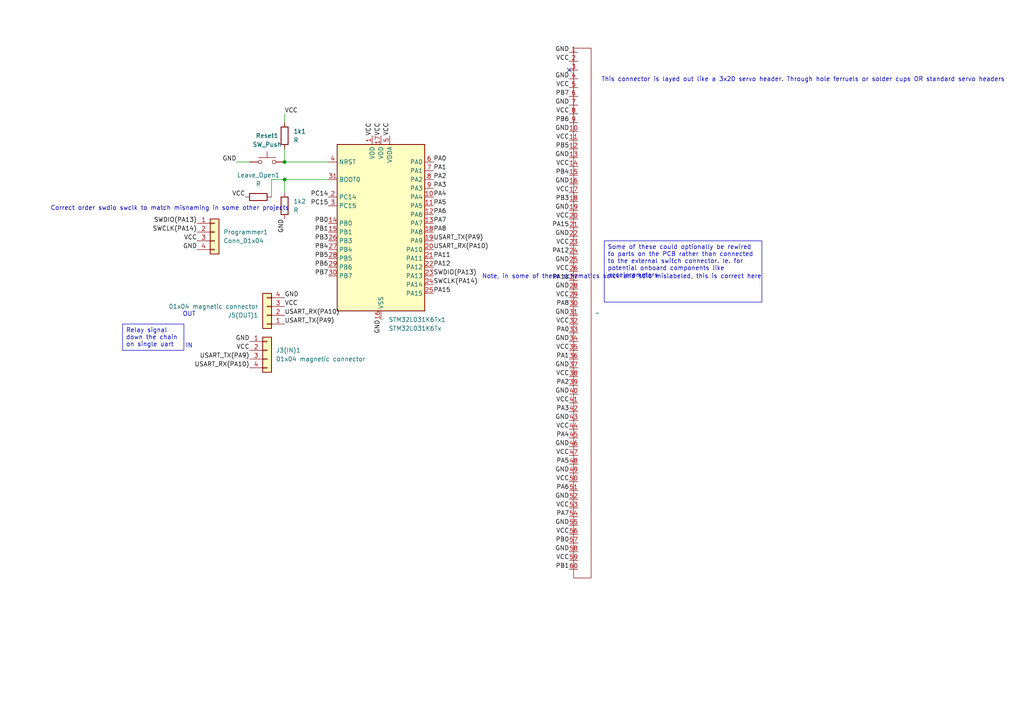
<source format=kicad_sch>
(kicad_sch (version 20250114) (generator "eeschema") (generator_version "9.0")
  (paper "A4")
  (lib_symbols
    (symbol "Connector_Generic:Conn_01x04" (pin_names (offset 1.016) (hide yes))
      (property "Reference" "J" (at 0 5.08 0))
      (property "Value" "Conn_01x04" (at 0 -7.62 0))
      (symbol "Conn_01x04_1_1"
        (rectangle (start -1.27 3.81) (end 1.27 -6.35) (stroke (width 0.254)) (fill (type background)))
        (rectangle (start -1.27 2.667) (end 0 2.413) (stroke (width 0.1524)))
        (rectangle (start -1.27 0.127) (end 0 -0.127) (stroke (width 0.1524)))
        (rectangle (start -1.27 -2.413) (end 0 -2.667) (stroke (width 0.1524)))
        (rectangle (start -1.27 -4.953) (end 0 -5.207) (stroke (width 0.1524)))
        (pin passive line (at -5.08 2.54 0) (length 3.81) (name "Pin_1") (number "1"))
        (pin passive line (at -5.08 0 0) (length 3.81) (name "Pin_2") (number "2"))
        (pin passive line (at -5.08 -2.54 0) (length 3.81) (name "Pin_3") (number "3"))
        (pin passive line (at -5.08 -5.08 0) (length 3.81) (name "Pin_4") (number "4"))
      )
    )
    (symbol "Device:R" (pin_numbers (hide yes)) (pin_names (offset 0))
      (property "Reference" "R" (at 2.032 0 90))
      (property "Value" "R" (at 0 0 90))
      (symbol "R_0_1"
        (rectangle (start -1.016 -2.54) (end 1.016 2.54) (stroke (width 0.254)))
      )
      (symbol "R_1_1"
        (pin passive line (at 0 3.81 270) (length 1.27) (name "~") (number "1"))
        (pin passive line (at 0 -3.81 90) (length 1.27) (name "~") (number "2"))
      )
    )
    (symbol "MCU_ST_STM32L0:STM32L031K6Tx"
      (property "Reference" "U" (at -12.7 26.67 0))
      (property "Value" "STM32L031K6Tx" (at 5.08 26.67 0))
      (symbol "STM32L031K6Tx_0_1"
        (rectangle (start -12.7 -22.86) (end 12.7 25.4) (stroke (width 0.254)) (fill (type background)))
      )
      (symbol "STM32L031K6Tx_1_1"
        (pin input line (at -15.24 20.32 0) (length 2.54) (name "NRST") (number "4"))
        (pin input line (at -15.24 15.24 0) (length 2.54) (name "BOOT0") (number "31"))
        (pin bidirectional line (at -15.24 10.16 0) (length 2.54) (name "PC14") (number "2"))
        (pin bidirectional line (at -15.24 7.62 0) (length 2.54) (name "PC15") (number "3"))
        (pin bidirectional line (at -15.24 2.54 0) (length 2.54) (name "PB0") (number "14"))
        (pin bidirectional line (at -15.24 0 0) (length 2.54) (name "PB1") (number "15"))
        (pin bidirectional line (at -15.24 -2.54 0) (length 2.54) (name "PB3") (number "26"))
        (pin bidirectional line (at -15.24 -5.08 0) (length 2.54) (name "PB4") (number "27"))
        (pin bidirectional line (at -15.24 -7.62 0) (length 2.54) (name "PB5") (number "28"))
        (pin bidirectional line (at -15.24 -10.16 0) (length 2.54) (name "PB6") (number "29"))
        (pin bidirectional line (at -15.24 -12.7 0) (length 2.54) (name "PB7") (number "30"))
        (pin power_in line (at -2.54 27.94 270) (length 2.54) (name "VDD") (number "1"))
        (pin power_in line (at 0 27.94 270) (length 2.54) (name "VDD") (number "17"))
        (pin power_in line (at 0 -25.4 90) (length 2.54) (name "VSS") (number "16"))
        (pin passive line (at 0 -25.4 90) (length 2.54) (hide yes) (name "VSS") (number "32"))
        (pin power_in line (at 2.54 27.94 270) (length 2.54) (name "VDDA") (number "5"))
        (pin bidirectional line (at 15.24 20.32 180) (length 2.54) (name "PA0") (number "6"))
        (pin bidirectional line (at 15.24 17.78 180) (length 2.54) (name "PA1") (number "7"))
        (pin bidirectional line (at 15.24 15.24 180) (length 2.54) (name "PA2") (number "8"))
        (pin bidirectional line (at 15.24 12.7 180) (length 2.54) (name "PA3") (number "9"))
        (pin bidirectional line (at 15.24 10.16 180) (length 2.54) (name "PA4") (number "10"))
        (pin bidirectional line (at 15.24 7.62 180) (length 2.54) (name "PA5") (number "11"))
        (pin bidirectional line (at 15.24 5.08 180) (length 2.54) (name "PA6") (number "12"))
        (pin bidirectional line (at 15.24 2.54 180) (length 2.54) (name "PA7") (number "13"))
        (pin bidirectional line (at 15.24 0 180) (length 2.54) (name "PA8") (number "18"))
        (pin bidirectional line (at 15.24 -2.54 180) (length 2.54) (name "PA9") (number "19"))
        (pin bidirectional line (at 15.24 -5.08 180) (length 2.54) (name "PA10") (number "20"))
        (pin bidirectional line (at 15.24 -7.62 180) (length 2.54) (name "PA11") (number "21"))
        (pin bidirectional line (at 15.24 -10.16 180) (length 2.54) (name "PA12") (number "22"))
        (pin bidirectional line (at 15.24 -12.7 180) (length 2.54) (name "PA13") (number "23"))
        (pin bidirectional line (at 15.24 -15.24 180) (length 2.54) (name "PA14") (number "24"))
        (pin bidirectional line (at 15.24 -17.78 180) (length 2.54) (name "PA15") (number "25"))
      )
    )
    (symbol "Switch:SW_Push" (pin_numbers (hide yes)) (pin_names (offset 1.016) (hide yes))
      (property "Reference" "SW" (at 1.27 2.54 0))
      (property "Value" "SW_Push" (at 0 -1.524 0))
      (symbol "SW_Push_0_1"
        (circle (center -2.032 0) (radius 0.508))
        (polyline (pts (xy 0 1.27) (xy 0 3.048)))
        (circle (center 2.032 0) (radius 0.508))
        (polyline (pts (xy 2.54 1.27) (xy -2.54 1.27)))
        (pin passive line (at -5.08 0 0) (length 2.54) (name "1") (number "1"))
        (pin passive line (at 5.08 0 180) (length 2.54) (name "2") (number "2"))
      )
    )
    (symbol "Switchbox_symbols:PinHeader_03x20"
      (symbol "PinHeader_03x20_0_1"
        (polyline (pts (xy -5.08 27.94) (xy 0 27.94) (xy 0 -125.73) (xy -5.08 -125.73) (xy -5.08 27.94)))
      )
      (symbol "PinHeader_03x20_1_1"
        (pin passive line (at -6.35 26.67 0) (length 2.54) (name "") (number "1"))
        (pin passive line (at -6.35 24.13 0) (length 2.54) (name "") (number "2"))
        (pin passive line (at -6.35 21.59 0) (length 2.54) (name "") (number "3"))
        (pin passive line (at -6.35 19.05 0) (length 2.54) (name "") (number "4"))
        (pin passive line (at -6.35 16.51 0) (length 2.54) (name "") (number "5"))
        (pin passive line (at -6.35 13.97 0) (length 2.54) (name "") (number "6"))
        (pin passive line (at -6.35 11.43 0) (length 2.54) (name "") (number "7"))
        (pin passive line (at -6.35 8.89 0) (length 2.54) (name "") (number "8"))
        (pin passive line (at -6.35 6.35 0) (length 2.54) (name "") (number "9"))
        (pin passive line (at -6.35 3.81 0) (length 2.54) (name "") (number "10"))
        (pin passive line (at -6.35 1.27 0) (length 2.54) (name "") (number "11"))
        (pin passive line (at -6.35 -1.27 0) (length 2.54) (name "") (number "12"))
        (pin passive line (at -6.35 -3.81 0) (length 2.54) (name "") (number "13"))
        (pin passive line (at -6.35 -6.35 0) (length 2.54) (name "") (number "14"))
        (pin passive line (at -6.35 -8.89 0) (length 2.54) (name "") (number "15"))
        (pin passive line (at -6.35 -11.43 0) (length 2.54) (name "") (number "16"))
        (pin passive line (at -6.35 -13.97 0) (length 2.54) (name "") (number "17"))
        (pin passive line (at -6.35 -16.51 0) (length 2.54) (name "") (number "18"))
        (pin passive line (at -6.35 -19.05 0) (length 2.54) (name "") (number "19"))
        (pin passive line (at -6.35 -21.59 0) (length 2.54) (name "") (number "20"))
        (pin passive line (at -6.35 -24.13 0) (length 2.54) (name "") (number "21"))
        (pin passive line (at -6.35 -26.67 0) (length 2.54) (name "") (number "22"))
        (pin passive line (at -6.35 -29.21 0) (length 2.54) (name "") (number "23"))
        (pin passive line (at -6.35 -31.75 0) (length 2.54) (name "") (number "24"))
        (pin passive line (at -6.35 -34.29 0) (length 2.54) (name "") (number "25"))
        (pin passive line (at -6.35 -36.83 0) (length 2.54) (name "") (number "26"))
        (pin passive line (at -6.35 -39.37 0) (length 2.54) (name "") (number "27"))
        (pin passive line (at -6.35 -41.91 0) (length 2.54) (name "") (number "28"))
        (pin passive line (at -6.35 -44.45 0) (length 2.54) (name "") (number "29"))
        (pin passive line (at -6.35 -46.99 0) (length 2.54) (name "") (number "30"))
        (pin passive line (at -6.35 -49.53 0) (length 2.54) (name "") (number "31"))
        (pin passive line (at -6.35 -52.07 0) (length 2.54) (name "") (number "32"))
        (pin passive line (at -6.35 -54.61 0) (length 2.54) (name "") (number "33"))
        (pin passive line (at -6.35 -57.15 0) (length 2.54) (name "") (number "34"))
        (pin passive line (at -6.35 -59.69 0) (length 2.54) (name "") (number "35"))
        (pin passive line (at -6.35 -62.23 0) (length 2.54) (name "") (number "36"))
        (pin passive line (at -6.35 -64.77 0) (length 2.54) (name "") (number "37"))
        (pin passive line (at -6.35 -67.31 0) (length 2.54) (name "") (number "38"))
        (pin passive line (at -6.35 -69.85 0) (length 2.54) (name "") (number "39"))
        (pin passive line (at -6.35 -72.39 0) (length 2.54) (name "") (number "40"))
        (pin passive line (at -6.35 -74.93 0) (length 2.54) (name "") (number "41"))
        (pin passive line (at -6.35 -77.47 0) (length 2.54) (name "") (number "42"))
        (pin passive line (at -6.35 -80.01 0) (length 2.54) (name "") (number "43"))
        (pin passive line (at -6.35 -82.55 0) (length 2.54) (name "") (number "44"))
        (pin passive line (at -6.35 -85.09 0) (length 2.54) (name "") (number "45"))
        (pin passive line (at -6.35 -87.63 0) (length 2.54) (name "") (number "46"))
        (pin passive line (at -6.35 -90.17 0) (length 2.54) (name "") (number "47"))
        (pin passive line (at -6.35 -92.71 0) (length 2.54) (name "") (number "48"))
        (pin passive line (at -6.35 -95.25 0) (length 2.54) (name "") (number "49"))
        (pin passive line (at -6.35 -97.79 0) (length 2.54) (name "") (number "50"))
        (pin passive line (at -6.35 -100.33 0) (length 2.54) (name "") (number "51"))
        (pin passive line (at -6.35 -102.87 0) (length 2.54) (name "") (number "52"))
        (pin passive line (at -6.35 -105.41 0) (length 2.54) (name "") (number "53"))
        (pin passive line (at -6.35 -107.95 0) (length 2.54) (name "") (number "54"))
        (pin passive line (at -6.35 -110.49 0) (length 2.54) (name "") (number "55"))
        (pin passive line (at -6.35 -113.03 0) (length 2.54) (name "") (number "56"))
        (pin passive line (at -6.35 -115.57 0) (length 2.54) (name "") (number "57"))
        (pin passive line (at -6.35 -118.11 0) (length 2.54) (name "") (number "58"))
        (pin passive line (at -6.35 -120.65 0) (length 2.54) (name "") (number "59"))
        (pin passive line (at -6.35 -123.19 0) (length 2.54) (name "") (number "60"))
      )
    )
  )
  (text "Note, in some of these schematics sclck and sdio mislabeled, this is correct here\n" (at 180.34 80.264 0) (effects (font (size 1.27 1.27))))
  (text "This connector is layed out like a 3x20 servo header. Through hole ferruels or solder cups OR standard servo headers" (at 232.918 23.114 0) (effects (font (size 1.27 1.27))))
  (text "IN" (at 54.864 100.33 0) (effects (font (size 1.27 1.27))))
  (text "OUT" (at 54.864 91.186 0) (effects (font (size 1.27 1.27))))
  (text "Correct order swdio swclk to match misnaming in some other projects\n" (at 49.276 60.452 0) (effects (font (size 1.27 1.27))))
  (text_box "Relay signal down the chain on single uart" (at 35.56 93.98 0) (size 17.78 7.62) (margins 0.9525 0.9525 0.9525 0.9525) (effects (font (size 1.27 1.27)) (justify left top)))
  (text_box "Some of these could optionally be rewired to parts on the PCB rather than connected to the external switch connector. Ie. for potential onboard components like accelerometers" (at 175.26 69.85 0) (size 45.72 17.78) (margins 0.9525 0.9525 0.9525 0.9525) (effects (font (size 1.27 1.27)) (justify left top)))
  (junction (at 82.55 52.07))
  (junction (at 82.55 46.99))
  (no_connect (at 165.1 20.32))
  (wire (pts (xy 78.74 52.07) (xy 82.55 52.07)))
  (wire (pts (xy 82.55 33.02) (xy 82.55 35.56)))
  (wire (pts (xy 95.25 52.07) (xy 82.55 52.07)))
  (wire (pts (xy 68.58 46.99) (xy 72.39 46.99)))
  (wire (pts (xy 82.55 43.18) (xy 82.55 46.99)))
  (wire (pts (xy 82.55 52.07) (xy 82.55 55.88)))
  (wire (pts (xy 78.74 52.07) (xy 78.74 57.15)))
  (wire (pts (xy 95.25 46.99) (xy 82.55 46.99)))
  (label "VCC" (at 165.1 25.4 180))
  (label "PA4" (at 125.73 57.15 0))
  (label "VCC" (at 110.49 39.37 90))
  (label "VCC" (at 165.1 147.32 180))
  (label "VCC" (at 165.1 93.98 180))
  (label "PA0" (at 165.1 96.52 180))
  (label "GND" (at 165.1 99.06 180))
  (label "PA7" (at 125.73 64.77 0))
  (label "GND" (at 165.1 38.1 180))
  (label "VCC" (at 165.1 116.84 180))
  (label "VCC" (at 165.1 162.56 180))
  (label "GND" (at 165.1 121.92 180))
  (label "GND" (at 165.1 53.34 180))
  (label "VCC" (at 107.95 39.37 90))
  (label "PA3" (at 165.1 119.38 180))
  (label "GND" (at 165.1 114.3 180))
  (label "GND" (at 165.1 91.44 180))
  (label "PA8" (at 125.73 67.31 0))
  (label "GND" (at 165.1 144.78 180))
  (label "SWDIO(PA13)" (at 57.15 64.77 180))
  (label "PB3" (at 165.1 58.42 180))
  (label "PA1" (at 165.1 104.14 180))
  (label "GND" (at 165.1 76.2 180))
  (label "GND" (at 110.49 92.71 270))
  (label "PB3" (at 95.25 69.85 180))
  (label "VCC" (at 165.1 17.78 180))
  (label "GND" (at 165.1 160.02 180))
  (label "PA8" (at 165.1 88.9 180))
  (label "VCC" (at 165.1 132.08 180))
  (label "PB1" (at 95.25 67.31 180))
  (label "PB0" (at 165.1 157.48 180))
  (label "VCC" (at 57.15 69.85 180))
  (label "GND" (at 165.1 60.96 180))
  (label "USART_TX(PA9)" (at 72.39 104.14 180))
  (label "PC15" (at 95.25 59.69 180))
  (label "USART_RX(PA10)" (at 82.55 91.44 0))
  (label "PA12" (at 165.1 73.66 180))
  (label "VCC" (at 165.1 109.22 180))
  (label "SWDIO(PA13)" (at 125.73 80.01 0))
  (label "GND" (at 165.1 137.16 180))
  (label "VCC" (at 165.1 124.46 180))
  (label "GND" (at 165.1 129.54 180))
  (label "VCC" (at 165.1 154.94 180))
  (label "GND" (at 165.1 22.86 180))
  (label "GND" (at 165.1 30.48 180))
  (label "PA7" (at 165.1 149.86 180))
  (label "GND" (at 82.55 63.5 270))
  (label "GND" (at 165.1 106.68 180))
  (label "SWCLK(PA14)" (at 125.73 82.55 0))
  (label "VCC" (at 82.55 33.02 0))
  (label "PA11" (at 165.1 81.28 180))
  (label "PA12" (at 125.73 77.47 0))
  (label "PB5" (at 165.1 43.18 180))
  (label "PC14" (at 95.25 57.15 180))
  (label "VCC" (at 165.1 139.7 180))
  (label "GND" (at 165.1 15.24 180))
  (label "PA6" (at 165.1 142.24 180))
  (label "USART_TX(PA9)" (at 125.73 69.85 0))
  (label "GND" (at 165.1 152.4 180))
  (label "PB7" (at 165.1 27.94 180))
  (label "PB1" (at 165.1 165.1 180))
  (label "VCC" (at 165.1 101.6 180))
  (label "GND" (at 82.55 86.36 0))
  (label "VCC" (at 113.03 39.37 90))
  (label "VCC" (at 165.1 78.74 180))
  (label "VCC" (at 165.1 55.88 180))
  (label "VCC" (at 165.1 71.12 180))
  (label "PB0" (at 95.25 64.77 180))
  (label "GND" (at 72.39 99.06 180))
  (label "GND" (at 57.15 72.39 180))
  (label "PA15" (at 125.73 85.09 0))
  (label "VCC" (at 165.1 48.26 180))
  (label "USART_RX(PA10)" (at 72.39 106.68 180))
  (label "USART_RX(PA10)" (at 125.73 72.39 0))
  (label "PA6" (at 125.73 62.23 0))
  (label "PB6" (at 165.1 35.56 180))
  (label "PA11" (at 125.73 74.93 0))
  (label "VCC" (at 71.12 57.15 180))
  (label "VCC" (at 165.1 40.64 180))
  (label "GND" (at 165.1 83.82 180))
  (label "PB5" (at 95.25 74.93 180))
  (label "GND" (at 165.1 45.72 180))
  (label "PB4" (at 165.1 50.8 180))
  (label "PA15" (at 165.1 66.04 180))
  (label "GND" (at 68.58 46.99 180))
  (label "VCC" (at 165.1 33.02 180))
  (label "PB6" (at 95.25 77.47 180))
  (label "PB4" (at 95.25 72.39 180))
  (label "PA5" (at 165.1 134.62 180))
  (label "VCC" (at 72.39 101.6 180))
  (label "VCC" (at 82.55 88.9 0))
  (label "VCC" (at 165.1 86.36 180))
  (label "PA2" (at 125.73 52.07 0))
  (label "PB7" (at 95.25 80.01 180))
  (label "SWCLK(PA14)" (at 57.15 67.31 180))
  (label "PA5" (at 125.73 59.69 0))
  (label "GND" (at 165.1 68.58 180))
  (label "PA3" (at 125.73 54.61 0))
  (label "VCC" (at 165.1 63.5 180))
  (label "PA2" (at 165.1 111.76 180))
  (label "PA4" (at 165.1 127 180))
  (label "PA0" (at 125.73 46.99 0))
  (label "USART_TX(PA9)" (at 82.55 93.98 0))
  (label "PA1" (at 125.73 49.53 0))
  (symbol (lib_id "Connector_Generic:Conn_01x04") (at 77.47 91.44 180) (unit 1)
    (property "Reference" "J5(OUT)1" (at 74.93 91.4401 0) (effects (justify left)))
    (property "Value" "01x04 magnetic connector" (at 74.93 88.9001 0) (effects (justify left)))
    (property "Footprint" "FootprintLibrary:5358_4pin_connector_customfootprint" (effects (hide yes)))
    (property "Description" "Generic connector, single row, 01x04, script generated (kicad-library-utils/schlib/autogen/connector/)" (effects (hide yes)))
  )
  (symbol (lib_id "Connector_Generic:Conn_01x04") (at 62.23 67.31 0) (unit 1)
    (property "Reference" "Programmer1" (at 64.77 67.3099 0) (effects (justify left)))
    (property "Value" "Conn_01x04" (at 64.77 69.8499 0) (effects (justify left)))
    (property "Footprint" "Connector_PinHeader_2.54mm:PinHeader_1x04_P2.54mm_Vertical" (effects (hide yes)))
    (property "Description" "Generic connector, single row, 01x04, script generated (kicad-library-utils/schlib/autogen/connector/)" (effects (hide yes)))
  )
  (symbol (lib_id "Device:R") (at 74.93 57.15 270) (unit 1)
    (property "Reference" "Leave_Open1" (at 74.93 50.8 90))
    (property "Value" "R" (at 74.93 53.34 90))
    (property "Footprint" "Resistor_SMD:R_0603_1608Metric_Pad0.98x0.95mm_HandSolder" (effects (hide yes)))
    (property "Description" "Resistor" (effects (hide yes)))
  )
  (symbol (lib_id "Device:R") (at 82.55 39.37 0) (unit 1)
    (property "Reference" "1k1" (at 85.09 38.0999 0) (effects (justify left)))
    (property "Value" "R" (at 85.09 40.6399 0) (effects (justify left)))
    (property "Footprint" "Resistor_SMD:R_0603_1608Metric_Pad0.98x0.95mm_HandSolder" (effects (hide yes)))
    (property "Description" "Resistor" (effects (hide yes)))
  )
  (symbol (lib_id "Device:R") (at 82.55 59.69 0) (unit 1)
    (property "Reference" "1k2" (at 85.09 58.4199 0) (effects (justify left)))
    (property "Value" "R" (at 85.09 60.9599 0) (effects (justify left)))
    (property "Footprint" "Resistor_SMD:R_0603_1608Metric_Pad0.98x0.95mm_HandSolder" (effects (hide yes)))
    (property "Description" "Resistor" (effects (hide yes)))
  )
  (symbol (lib_id "Switchbox_symbols:PinHeader_03x20") (at 171.45 41.91 0) (unit 1)
    (property "Reference" "U1" (effects (hide yes)))
    (property "Value" "~" (at 172.72 90.8049 0) (effects (justify left)))
    (property "Footprint" "FootprintLibrary:PinHeader_03x20" (effects (hide yes)))
  )
  (symbol (lib_id "Switch:SW_Push") (at 77.47 46.99 0) (unit 1)
    (property "Reference" "Reset1" (at 77.47 39.37 0))
    (property "Value" "SW_Push" (at 77.47 41.91 0))
    (property "Footprint" "Button_Switch_THT:SW_PUSH_6mm_H4.3mm" (effects (hide yes)))
    (property "Description" "Push button switch, generic, two pins" (effects (hide yes)))
  )
  (symbol (lib_id "Connector_Generic:Conn_01x04") (at 77.47 101.6 0) (unit 1)
    (property "Reference" "J3(IN)1" (at 80.01 101.5999 0) (effects (justify left)))
    (property "Value" "01x04 magnetic connector" (at 80.01 104.1399 0) (effects (justify left)))
    (property "Footprint" "FootprintLibrary:5358_4pin_connector_customfootprint" (effects (hide yes)))
    (property "Description" "Generic connector, single row, 01x04, script generated (kicad-library-utils/schlib/autogen/connector/)" (effects (hide yes)))
  )
  (symbol (lib_id "MCU_ST_STM32L0:STM32L031K6Tx") (at 110.49 67.31 0) (unit 1)
    (property "Reference" "STM32L031K6Tx1" (at 112.6841 92.71 0) (effects (justify left)))
    (property "Value" "STM32L031K6Tx" (at 112.6841 95.25 0) (effects (justify left)))
    (property "Footprint" "Package_QFP:LQFP-32_7x7mm_P0.8mm" (effects (hide yes)))
    (property "Datasheet" "https://www.st.com/resource/en/datasheet/stm32l031k6.pdf" (effects (hide yes)))
    (property "Description" "STMicroelectronics Arm Cortex-M0+ MCU, 32KB flash, 8KB RAM, 32 MHz, 1.65-3.6V, 25 GPIO, LQFP32" (effects (hide yes)))
  )
)
</source>
